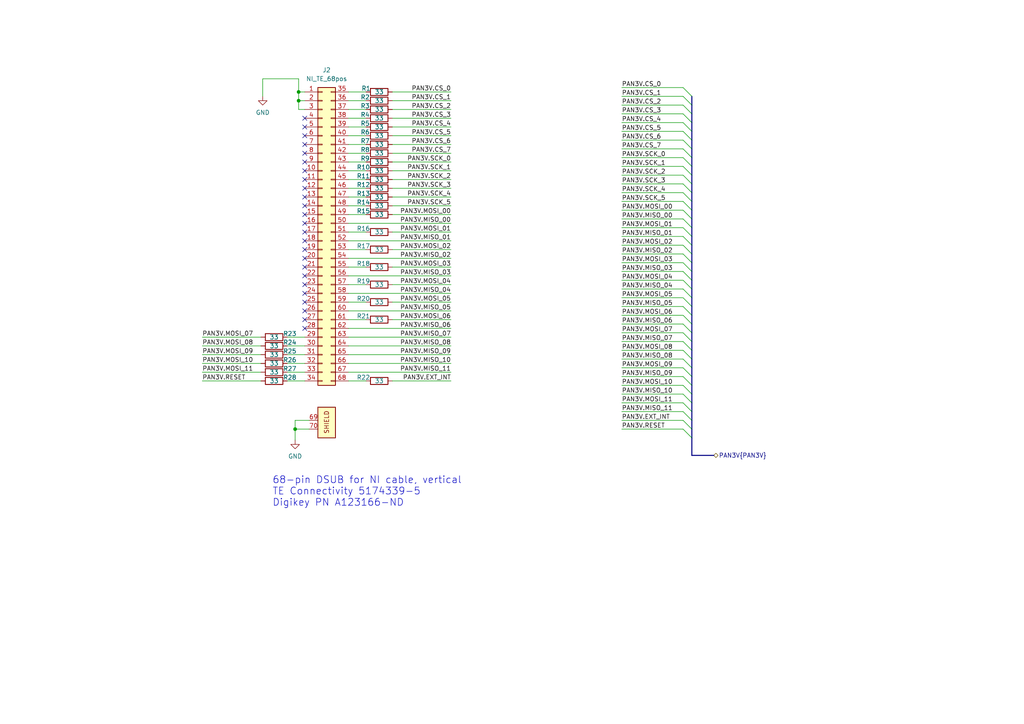
<source format=kicad_sch>
(kicad_sch (version 20250114) (generator "eeschema") (generator_version "9.0")
  (paper "A4")
  (lib_symbols
    (symbol "Device:R" (pin_numbers (hide yes)) (pin_names (offset 0))
      (property "Reference" "R" (at 2.032 0 90))
      (property "Value" "R" (at 0 0 90))
      (symbol "R_0_1"
        (rectangle (start -1.016 -2.54) (end 1.016 2.54) (stroke (width 0.254)))
      )
      (symbol "R_1_1"
        (pin passive line (at 0 3.81 270) (length 1.27) (name "~") (number "1"))
        (pin passive line (at 0 -3.81 90) (length 1.27) (name "~") (number "2"))
      )
    )
    (symbol "arena_custom:NI_TE_68pos_2-5174225-5" (pin_names (offset 1.016) (hide yes))
      (property "Reference" "J" (at 1.27 43.18 0))
      (property "Value" "NI_TE_68pos" (at 1.27 -45.72 0))
      (symbol "NI_TE_68pos_2-5174225-5_1_1"
        (rectangle (start -1.27 41.91) (end 3.81 -44.45) (stroke (width 0.254)) (fill (type background)))
        (rectangle (start -1.27 40.767) (end 0 40.513) (stroke (width 0.1524)))
        (rectangle (start -1.27 38.227) (end 0 37.973) (stroke (width 0.1524)))
        (rectangle (start -1.27 35.687) (end 0 35.433) (stroke (width 0.1524)))
        (rectangle (start -1.27 33.147) (end 0 32.893) (stroke (width 0.1524)))
        (rectangle (start -1.27 30.607) (end 0 30.353) (stroke (width 0.1524)))
        (rectangle (start -1.27 28.067) (end 0 27.813) (stroke (width 0.1524)))
        (rectangle (start -1.27 25.527) (end 0 25.273) (stroke (width 0.1524)))
        (rectangle (start -1.27 22.987) (end 0 22.733) (stroke (width 0.1524)))
        (rectangle (start -1.27 20.447) (end 0 20.193) (stroke (width 0.1524)))
        (rectangle (start -1.27 17.907) (end 0 17.653) (stroke (width 0.1524)))
        (rectangle (start -1.27 15.367) (end 0 15.113) (stroke (width 0.1524)))
        (rectangle (start -1.27 12.827) (end 0 12.573) (stroke (width 0.1524)))
        (rectangle (start -1.27 10.287) (end 0 10.033) (stroke (width 0.1524)))
        (rectangle (start -1.27 7.747) (end 0 7.493) (stroke (width 0.1524)))
        (rectangle (start -1.27 5.207) (end 0 4.953) (stroke (width 0.1524)))
        (rectangle (start -1.27 2.667) (end 0 2.413) (stroke (width 0.1524)))
        (rectangle (start -1.27 0.127) (end 0 -0.127) (stroke (width 0.1524)))
        (rectangle (start -1.27 -2.413) (end 0 -2.667) (stroke (width 0.1524)))
        (rectangle (start -1.27 -4.953) (end 0 -5.207) (stroke (width 0.1524)))
        (rectangle (start -1.27 -7.493) (end 0 -7.747) (stroke (width 0.1524)))
        (rectangle (start -1.27 -10.033) (end 0 -10.287) (stroke (width 0.1524)))
        (rectangle (start -1.27 -12.573) (end 0 -12.827) (stroke (width 0.1524)))
        (rectangle (start -1.27 -15.113) (end 0 -15.367) (stroke (width 0.1524)))
        (rectangle (start -1.27 -17.653) (end 0 -17.907) (stroke (width 0.1524)))
        (rectangle (start -1.27 -20.193) (end 0 -20.447) (stroke (width 0.1524)))
        (rectangle (start -1.27 -22.733) (end 0 -22.987) (stroke (width 0.1524)))
        (rectangle (start -1.27 -25.273) (end 0 -25.527) (stroke (width 0.1524)))
        (rectangle (start -1.27 -27.813) (end 0 -28.067) (stroke (width 0.1524)))
        (rectangle (start -1.27 -30.353) (end 0 -30.607) (stroke (width 0.1524)))
        (rectangle (start -1.27 -32.893) (end 0 -33.147) (stroke (width 0.1524)))
        (rectangle (start -1.27 -35.433) (end 0 -35.687) (stroke (width 0.1524)))
        (rectangle (start -1.27 -37.973) (end 0 -38.227) (stroke (width 0.1524)))
        (rectangle (start -1.27 -40.513) (end 0 -40.767) (stroke (width 0.1524)))
        (rectangle (start -1.27 -43.053) (end 0 -43.307) (stroke (width 0.1524)))
        (rectangle (start -1.27 -50.8) (end 3.81 -59.69) (stroke (width 0.254)) (fill (type background)))
        (rectangle (start 3.81 40.767) (end 2.54 40.513) (stroke (width 0.1524)))
        (rectangle (start 3.81 38.227) (end 2.54 37.973) (stroke (width 0.1524)))
        (rectangle (start 3.81 35.687) (end 2.54 35.433) (stroke (width 0.1524)))
        (rectangle (start 3.81 33.147) (end 2.54 32.893) (stroke (width 0.1524)))
        (rectangle (start 3.81 30.607) (end 2.54 30.353) (stroke (width 0.1524)))
        (rectangle (start 3.81 28.067) (end 2.54 27.813) (stroke (width 0.1524)))
        (rectangle (start 3.81 25.527) (end 2.54 25.273) (stroke (width 0.1524)))
        (rectangle (start 3.81 22.987) (end 2.54 22.733) (stroke (width 0.1524)))
        (rectangle (start 3.81 20.447) (end 2.54 20.193) (stroke (width 0.1524)))
        (rectangle (start 3.81 17.907) (end 2.54 17.653) (stroke (width 0.1524)))
        (rectangle (start 3.81 15.367) (end 2.54 15.113) (stroke (width 0.1524)))
        (rectangle (start 3.81 12.827) (end 2.54 12.573) (stroke (width 0.1524)))
        (rectangle (start 3.81 10.287) (end 2.54 10.033) (stroke (width 0.1524)))
        (rectangle (start 3.81 7.747) (end 2.54 7.493) (stroke (width 0.1524)))
        (rectangle (start 3.81 5.207) (end 2.54 4.953) (stroke (width 0.1524)))
        (rectangle (start 3.81 2.667) (end 2.54 2.413) (stroke (width 0.1524)))
        (rectangle (start 3.81 0.127) (end 2.54 -0.127) (stroke (width 0.1524)))
        (rectangle (start 3.81 -2.413) (end 2.54 -2.667) (stroke (width 0.1524)))
        (rectangle (start 3.81 -4.953) (end 2.54 -5.207) (stroke (width 0.1524)))
        (rectangle (start 3.81 -7.493) (end 2.54 -7.747) (stroke (width 0.1524)))
        (rectangle (start 3.81 -10.033) (end 2.54 -10.287) (stroke (width 0.1524)))
        (rectangle (start 3.81 -12.573) (end 2.54 -12.827) (stroke (width 0.1524)))
        (rectangle (start 3.81 -15.113) (end 2.54 -15.367) (stroke (width 0.1524)))
        (rectangle (start 3.81 -17.653) (end 2.54 -17.907) (stroke (width 0.1524)))
        (rectangle (start 3.81 -20.193) (end 2.54 -20.447) (stroke (width 0.1524)))
        (rectangle (start 3.81 -22.733) (end 2.54 -22.987) (stroke (width 0.1524)))
        (rectangle (start 3.81 -25.273) (end 2.54 -25.527) (stroke (width 0.1524)))
        (rectangle (start 3.81 -27.813) (end 2.54 -28.067) (stroke (width 0.1524)))
        (rectangle (start 3.81 -30.353) (end 2.54 -30.607) (stroke (width 0.1524)))
        (rectangle (start 3.81 -32.893) (end 2.54 -33.147) (stroke (width 0.1524)))
        (rectangle (start 3.81 -35.433) (end 2.54 -35.687) (stroke (width 0.1524)))
        (rectangle (start 3.81 -37.973) (end 2.54 -38.227) (stroke (width 0.1524)))
        (rectangle (start 3.81 -40.513) (end 2.54 -40.767) (stroke (width 0.1524)))
        (rectangle (start 3.81 -43.053) (end 2.54 -43.307) (stroke (width 0.1524)))
        (text "SHIELD" (at 1.27 -55.118 900) (effects (font (size 1.27 1.27))))
        (pin passive line (at -5.08 40.64 0) (length 3.81) (name "Pin_1") (number "1"))
        (pin passive line (at -5.08 38.1 0) (length 3.81) (name "Pin_2") (number "2"))
        (pin passive line (at -5.08 35.56 0) (length 3.81) (name "Pin_3") (number "3"))
        (pin passive line (at -5.08 33.02 0) (length 3.81) (name "Pin_4") (number "4"))
        (pin passive line (at -5.08 30.48 0) (length 3.81) (name "Pin_5") (number "5"))
        (pin passive line (at -5.08 27.94 0) (length 3.81) (name "Pin_6") (number "6"))
        (pin passive line (at -5.08 25.4 0) (length 3.81) (name "Pin_7") (number "7"))
        (pin passive line (at -5.08 22.86 0) (length 3.81) (name "Pin_8") (number "8"))
        (pin passive line (at -5.08 20.32 0) (length 3.81) (name "Pin_9") (number "9"))
        (pin passive line (at -5.08 17.78 0) (length 3.81) (name "Pin_10") (number "10"))
        (pin passive line (at -5.08 15.24 0) (length 3.81) (name "Pin_11") (number "11"))
        (pin passive line (at -5.08 12.7 0) (length 3.81) (name "Pin_12") (number "12"))
        (pin passive line (at -5.08 10.16 0) (length 3.81) (name "Pin_13") (number "13"))
        (pin passive line (at -5.08 7.62 0) (length 3.81) (name "Pin_14") (number "14"))
        (pin passive line (at -5.08 5.08 0) (length 3.81) (name "Pin_15") (number "15"))
        (pin passive line (at -5.08 2.54 0) (length 3.81) (name "Pin_16") (number "16"))
        (pin passive line (at -5.08 0 0) (length 3.81) (name "Pin_17") (number "17"))
        (pin passive line (at -5.08 -2.54 0) (length 3.81) (name "Pin_18") (number "18"))
        (pin passive line (at -5.08 -5.08 0) (length 3.81) (name "Pin_19") (number "19"))
        (pin passive line (at -5.08 -7.62 0) (length 3.81) (name "Pin_20") (number "20"))
        (pin passive line (at -5.08 -10.16 0) (length 3.81) (name "Pin_21") (number "21"))
        (pin passive line (at -5.08 -12.7 0) (length 3.81) (name "Pin_22") (number "22"))
        (pin passive line (at -5.08 -15.24 0) (length 3.81) (name "Pin_23") (number "23"))
        (pin passive line (at -5.08 -17.78 0) (length 3.81) (name "Pin_24") (number "24"))
        (pin passive line (at -5.08 -20.32 0) (length 3.81) (name "Pin_25") (number "25"))
        (pin passive line (at -5.08 -22.86 0) (length 3.81) (name "Pin_26") (number "26"))
        (pin passive line (at -5.08 -25.4 0) (length 3.81) (name "Pin_27") (number "27"))
        (pin passive line (at -5.08 -27.94 0) (length 3.81) (name "Pin_28") (number "28"))
        (pin passive line (at -5.08 -30.48 0) (length 3.81) (name "Pin_29") (number "29"))
        (pin passive line (at -5.08 -33.02 0) (length 3.81) (name "Pin_30") (number "30"))
        (pin passive line (at -5.08 -35.56 0) (length 3.81) (name "Pin_31") (number "31"))
        (pin passive line (at -5.08 -38.1 0) (length 3.81) (name "Pin_32") (number "32"))
        (pin passive line (at -5.08 -40.64 0) (length 3.81) (name "Pin_33") (number "33"))
        (pin passive line (at -5.08 -43.18 0) (length 3.81) (name "Pin_34") (number "34"))
        (pin input line (at -3.81 -54.61 0) (length 2.54) (name "GND") (number "69"))
        (pin input line (at -3.81 -57.15 0) (length 2.54) (name "GND") (number "70"))
        (pin passive line (at 7.62 40.64 180) (length 3.81) (name "Pin_35") (number "35"))
        (pin passive line (at 7.62 38.1 180) (length 3.81) (name "Pin_36") (number "36"))
        (pin passive line (at 7.62 35.56 180) (length 3.81) (name "Pin_37") (number "37"))
        (pin passive line (at 7.62 33.02 180) (length 3.81) (name "Pin_38") (number "38"))
        (pin passive line (at 7.62 30.48 180) (length 3.81) (name "Pin_39") (number "39"))
        (pin passive line (at 7.62 27.94 180) (length 3.81) (name "Pin_40") (number "40"))
        (pin passive line (at 7.62 25.4 180) (length 3.81) (name "Pin_41") (number "41"))
        (pin passive line (at 7.62 22.86 180) (length 3.81) (name "Pin_42") (number "42"))
        (pin passive line (at 7.62 20.32 180) (length 3.81) (name "Pin_43") (number "43"))
        (pin passive line (at 7.62 17.78 180) (length 3.81) (name "Pin_44") (number "44"))
        (pin passive line (at 7.62 15.24 180) (length 3.81) (name "Pin_45") (number "45"))
        (pin passive line (at 7.62 12.7 180) (length 3.81) (name "Pin_46") (number "46"))
        (pin passive line (at 7.62 10.16 180) (length 3.81) (name "Pin_47") (number "47"))
        (pin passive line (at 7.62 7.62 180) (length 3.81) (name "Pin_48") (number "48"))
        (pin passive line (at 7.62 5.08 180) (length 3.81) (name "Pin_49") (number "49"))
        (pin passive line (at 7.62 2.54 180) (length 3.81) (name "Pin_50") (number "50"))
        (pin passive line (at 7.62 0 180) (length 3.81) (name "Pin_51") (number "51"))
        (pin passive line (at 7.62 -2.54 180) (length 3.81) (name "Pin_52") (number "52"))
        (pin passive line (at 7.62 -5.08 180) (length 3.81) (name "Pin_53") (number "53"))
        (pin passive line (at 7.62 -7.62 180) (length 3.81) (name "Pin_54") (number "54"))
        (pin passive line (at 7.62 -10.16 180) (length 3.81) (name "Pin_55") (number "55"))
        (pin passive line (at 7.62 -12.7 180) (length 3.81) (name "Pin_56") (number "56"))
        (pin passive line (at 7.62 -15.24 180) (length 3.81) (name "Pin_57") (number "57"))
        (pin passive line (at 7.62 -17.78 180) (length 3.81) (name "Pin_58") (number "58"))
        (pin passive line (at 7.62 -20.32 180) (length 3.81) (name "Pin_59") (number "59"))
        (pin passive line (at 7.62 -22.86 180) (length 3.81) (name "Pin_60") (number "60"))
        (pin passive line (at 7.62 -25.4 180) (length 3.81) (name "Pin_61") (number "61"))
        (pin passive line (at 7.62 -27.94 180) (length 3.81) (name "Pin_62") (number "62"))
        (pin passive line (at 7.62 -30.48 180) (length 3.81) (name "Pin_63") (number "63"))
        (pin passive line (at 7.62 -33.02 180) (length 3.81) (name "Pin_64") (number "64"))
        (pin passive line (at 7.62 -35.56 180) (length 3.81) (name "Pin_65") (number "65"))
        (pin passive line (at 7.62 -38.1 180) (length 3.81) (name "Pin_66") (number "66"))
        (pin passive line (at 7.62 -40.64 180) (length 3.81) (name "Pin_67") (number "67"))
        (pin passive line (at 7.62 -43.18 180) (length 3.81) (name "Pin_68") (number "68"))
      )
    )
    (symbol "power:GND" (power) (pin_names (offset 0))
      (property "Value" "GND" (at 0 -3.81 0))
      (symbol "GND_0_1"
        (polyline (pts (xy 0 0) (xy 0 -1.27) (xy 1.27 -1.27) (xy 0 -2.54) (xy -1.27 -1.27) (xy 0 -1.27)))
      )
      (symbol "GND_1_1"
        (pin power_in line (at 0 0 270) (length 0) (hide yes) (name "GND") (number "1"))
      )
    )
  )
  (bus_alias "PAN3V" (members "CS_0" "CS_1" "CS_2" "CS_3" "CS_4" "CS_5" "CS_6" "CS_7" "SCK_0" "SCK_1" "SCK_2" "SCK_3" "SCK_4" "SCK_5" "MOSI_00" "MISO_00" "MOSI_01" "MISO_01" "MOSI_02" "MISO_02" "MOSI_03" "MISO_03" "MOSI_04" "MISO_04" "MOSI_05" "MISO_05" "MOSI_06" "MISO_06" "MOSI_07" "MISO_07" "MOSI_08" "MISO_08" "MOSI_09" "MISO_09" "MOSI_10" "MISO_10" "MOSI_11" "MISO_11" "EXT_INT" "RESET"))
  (text "68-pin DSUB for NI cable, vertical  \nTE Connectivity 5174339-5\nDigikey PN A123166-ND\n" (at 78.994 147.066 0) (effects (font (size 2.032 2.032)) (justify left bottom)))
  (junction (at 85.598 124.46))
  (junction (at 86.614 26.67))
  (junction (at 86.614 29.21))
  (no_connect (at 88.392 41.91))
  (no_connect (at 88.392 67.31))
  (no_connect (at 88.392 80.01))
  (no_connect (at 88.392 46.99))
  (no_connect (at 88.392 49.53))
  (no_connect (at 88.392 44.45))
  (no_connect (at 88.392 36.83))
  (no_connect (at 88.392 59.69))
  (no_connect (at 88.392 34.29))
  (no_connect (at 88.392 39.37))
  (no_connect (at 88.392 54.61))
  (no_connect (at 88.392 57.15))
  (no_connect (at 88.392 90.17))
  (no_connect (at 88.392 92.71))
  (no_connect (at 88.392 85.09))
  (no_connect (at 88.392 82.55))
  (no_connect (at 88.392 74.93))
  (no_connect (at 88.392 72.39))
  (no_connect (at 88.392 77.47))
  (no_connect (at 88.392 64.77))
  (no_connect (at 88.392 62.23))
  (no_connect (at 88.392 87.63))
  (no_connect (at 88.392 69.85))
  (no_connect (at 88.392 52.07))
  (no_connect (at 88.392 95.25))
  (bus_entry (at 198.12 104.14) (size 2.54 2.54))
  (bus_entry (at 198.12 121.92) (size 2.54 2.54))
  (bus_entry (at 200.66 78.74) (size -2.54 -2.54))
  (bus_entry (at 198.12 109.22) (size 2.54 2.54))
  (bus_entry (at 198.12 119.38) (size 2.54 2.54))
  (bus_entry (at 200.66 40.64) (size -2.54 -2.54))
  (bus_entry (at 200.66 45.72) (size -2.54 -2.54))
  (bus_entry (at 200.66 53.34) (size -2.54 -2.54))
  (bus_entry (at 198.12 55.88) (size 2.54 2.54))
  (bus_entry (at 200.66 81.28) (size -2.54 -2.54))
  (bus_entry (at 200.66 76.2) (size -2.54 -2.54))
  (bus_entry (at 198.12 83.82) (size 2.54 2.54))
  (bus_entry (at 198.12 96.52) (size 2.54 2.54))
  (bus_entry (at 198.12 111.76) (size 2.54 2.54))
  (bus_entry (at 200.66 38.1) (size -2.54 -2.54))
  (bus_entry (at 200.66 48.26) (size -2.54 -2.54))
  (bus_entry (at 198.12 81.28) (size 2.54 2.54))
  (bus_entry (at 198.12 93.98) (size 2.54 2.54))
  (bus_entry (at 198.12 86.36) (size 2.54 2.54))
  (bus_entry (at 200.66 35.56) (size -2.54 -2.54))
  (bus_entry (at 198.12 114.3) (size 2.54 2.54))
  (bus_entry (at 200.66 30.48) (size -2.54 -2.54))
  (bus_entry (at 198.12 101.6) (size 2.54 2.54))
  (bus_entry (at 198.12 25.4) (size 2.54 2.54))
  (bus_entry (at 200.66 73.66) (size -2.54 -2.54))
  (bus_entry (at 198.12 58.42) (size 2.54 2.54))
  (bus_entry (at 200.66 50.8) (size -2.54 -2.54))
  (bus_entry (at 198.12 124.46) (size 2.54 2.54))
  (bus_entry (at 200.66 71.12) (size -2.54 -2.54))
  (bus_entry (at 200.66 68.58) (size -2.54 -2.54))
  (bus_entry (at 200.66 43.18) (size -2.54 -2.54))
  (bus_entry (at 200.66 55.88) (size -2.54 -2.54))
  (bus_entry (at 200.66 66.04) (size -2.54 -2.54))
  (bus_entry (at 198.12 106.68) (size 2.54 2.54))
  (bus_entry (at 198.12 91.44) (size 2.54 2.54))
  (bus_entry (at 200.66 63.5) (size -2.54 -2.54))
  (bus_entry (at 200.66 33.02) (size -2.54 -2.54))
  (bus_entry (at 198.12 99.06) (size 2.54 2.54))
  (bus_entry (at 198.12 116.84) (size 2.54 2.54))
  (bus_entry (at 198.12 88.9) (size 2.54 2.54))
  (wire (pts (xy 113.792 62.23) (xy 130.81 62.23)))
  (wire (pts (xy 101.092 39.37) (xy 106.172 39.37)))
  (bus (pts (xy 200.66 114.3) (xy 200.66 116.84)))
  (bus (pts (xy 200.66 127) (xy 200.66 132.08)))
  (wire (pts (xy 101.092 34.29) (xy 106.172 34.29)))
  (wire (pts (xy 86.614 22.86) (xy 86.614 26.67)))
  (bus (pts (xy 200.66 99.06) (xy 200.66 101.6)))
  (wire (pts (xy 101.092 87.63) (xy 106.172 87.63)))
  (bus (pts (xy 200.66 93.98) (xy 200.66 96.52)))
  (bus (pts (xy 200.66 33.02) (xy 200.66 35.56)))
  (wire (pts (xy 113.792 77.47) (xy 130.81 77.47)))
  (bus (pts (xy 200.66 106.68) (xy 200.66 109.22)))
  (wire (pts (xy 180.34 88.9) (xy 198.12 88.9)))
  (wire (pts (xy 180.34 93.98) (xy 198.12 93.98)))
  (bus (pts (xy 200.66 27.94) (xy 200.66 30.48)))
  (wire (pts (xy 180.34 25.4) (xy 198.12 25.4)))
  (wire (pts (xy 88.392 102.87) (xy 83.312 102.87)))
  (wire (pts (xy 76.2 22.86) (xy 86.614 22.86)))
  (bus (pts (xy 200.66 48.26) (xy 200.66 50.8)))
  (bus (pts (xy 200.66 88.9) (xy 200.66 91.44)))
  (wire (pts (xy 113.792 34.29) (xy 130.81 34.29)))
  (wire (pts (xy 58.674 102.87) (xy 75.692 102.87)))
  (wire (pts (xy 198.12 71.12) (xy 180.34 71.12)))
  (wire (pts (xy 101.092 31.75) (xy 106.172 31.75)))
  (wire (pts (xy 113.792 57.15) (xy 130.81 57.15)))
  (bus (pts (xy 200.66 121.92) (xy 200.66 124.46)))
  (wire (pts (xy 198.12 45.72) (xy 180.34 45.72)))
  (wire (pts (xy 88.392 97.79) (xy 83.312 97.79)))
  (wire (pts (xy 198.12 63.5) (xy 180.34 63.5)))
  (bus (pts (xy 200.66 76.2) (xy 200.66 78.74)))
  (wire (pts (xy 101.092 29.21) (xy 106.172 29.21)))
  (wire (pts (xy 198.12 81.28) (xy 180.34 81.28)))
  (bus (pts (xy 200.66 38.1) (xy 200.66 40.64)))
  (wire (pts (xy 180.34 91.44) (xy 198.12 91.44)))
  (wire (pts (xy 86.614 26.67) (xy 88.392 26.67)))
  (wire (pts (xy 113.792 87.63) (xy 130.81 87.63)))
  (wire (pts (xy 198.12 53.34) (xy 180.34 53.34)))
  (wire (pts (xy 180.34 86.36) (xy 198.12 86.36)))
  (wire (pts (xy 101.092 105.41) (xy 130.81 105.41)))
  (wire (pts (xy 180.34 83.82) (xy 198.12 83.82)))
  (wire (pts (xy 198.12 40.64) (xy 180.34 40.64)))
  (wire (pts (xy 180.34 96.52) (xy 198.12 96.52)))
  (bus (pts (xy 200.66 78.74) (xy 200.66 81.28)))
  (wire (pts (xy 89.662 121.92) (xy 85.598 121.92)))
  (wire (pts (xy 101.092 82.55) (xy 106.172 82.55)))
  (wire (pts (xy 198.12 38.1) (xy 180.34 38.1)))
  (wire (pts (xy 113.792 54.61) (xy 130.81 54.61)))
  (wire (pts (xy 86.614 29.21) (xy 86.614 31.75)))
  (wire (pts (xy 180.34 114.3) (xy 198.12 114.3)))
  (bus (pts (xy 200.66 55.88) (xy 200.66 58.42)))
  (bus (pts (xy 200.66 81.28) (xy 200.66 83.82)))
  (bus (pts (xy 200.66 86.36) (xy 200.66 88.9)))
  (wire (pts (xy 101.092 102.87) (xy 130.81 102.87)))
  (wire (pts (xy 113.792 46.99) (xy 130.81 46.99)))
  (wire (pts (xy 101.092 54.61) (xy 106.172 54.61)))
  (wire (pts (xy 180.34 109.22) (xy 198.12 109.22)))
  (wire (pts (xy 101.092 41.91) (xy 106.172 41.91)))
  (bus (pts (xy 200.66 40.64) (xy 200.66 43.18)))
  (wire (pts (xy 198.12 35.56) (xy 180.34 35.56)))
  (bus (pts (xy 200.66 43.18) (xy 200.66 45.72)))
  (bus (pts (xy 200.66 68.58) (xy 200.66 71.12)))
  (wire (pts (xy 198.12 68.58) (xy 180.34 68.58)))
  (wire (pts (xy 101.092 107.95) (xy 130.81 107.95)))
  (wire (pts (xy 198.12 60.96) (xy 180.34 60.96)))
  (wire (pts (xy 101.092 57.15) (xy 106.172 57.15)))
  (wire (pts (xy 113.792 52.07) (xy 130.81 52.07)))
  (wire (pts (xy 198.12 50.8) (xy 180.34 50.8)))
  (wire (pts (xy 101.092 67.31) (xy 106.172 67.31)))
  (wire (pts (xy 113.792 59.69) (xy 130.81 59.69)))
  (wire (pts (xy 180.34 116.84) (xy 198.12 116.84)))
  (wire (pts (xy 113.792 67.31) (xy 130.81 67.31)))
  (bus (pts (xy 200.66 116.84) (xy 200.66 119.38)))
  (wire (pts (xy 101.092 44.45) (xy 106.172 44.45)))
  (wire (pts (xy 101.092 72.39) (xy 106.172 72.39)))
  (wire (pts (xy 180.34 99.06) (xy 198.12 99.06)))
  (wire (pts (xy 101.092 95.25) (xy 130.81 95.25)))
  (wire (pts (xy 86.614 26.67) (xy 86.614 29.21)))
  (wire (pts (xy 101.092 46.99) (xy 106.172 46.99)))
  (wire (pts (xy 180.34 101.6) (xy 198.12 101.6)))
  (wire (pts (xy 198.12 30.48) (xy 180.34 30.48)))
  (wire (pts (xy 101.092 64.77) (xy 130.81 64.77)))
  (wire (pts (xy 101.092 110.49) (xy 106.172 110.49)))
  (bus (pts (xy 200.66 73.66) (xy 200.66 76.2)))
  (wire (pts (xy 198.12 78.74) (xy 180.34 78.74)))
  (bus (pts (xy 200.66 132.08) (xy 207.01 132.08)))
  (wire (pts (xy 101.092 77.47) (xy 106.172 77.47)))
  (wire (pts (xy 198.12 73.66) (xy 180.34 73.66)))
  (wire (pts (xy 86.614 29.21) (xy 88.392 29.21)))
  (wire (pts (xy 198.12 55.88) (xy 180.34 55.88)))
  (wire (pts (xy 113.792 39.37) (xy 130.81 39.37)))
  (bus (pts (xy 200.66 91.44) (xy 200.66 93.98)))
  (wire (pts (xy 198.12 33.02) (xy 180.34 33.02)))
  (wire (pts (xy 86.614 31.75) (xy 88.392 31.75)))
  (bus (pts (xy 200.66 71.12) (xy 200.66 73.66)))
  (wire (pts (xy 101.092 92.71) (xy 106.172 92.71)))
  (wire (pts (xy 101.092 100.33) (xy 130.81 100.33)))
  (wire (pts (xy 89.662 124.46) (xy 85.598 124.46)))
  (wire (pts (xy 101.092 36.83) (xy 106.172 36.83)))
  (wire (pts (xy 101.092 85.09) (xy 130.81 85.09)))
  (wire (pts (xy 101.092 26.67) (xy 106.172 26.67)))
  (wire (pts (xy 113.792 82.55) (xy 130.81 82.55)))
  (wire (pts (xy 76.2 22.86) (xy 76.2 27.94)))
  (wire (pts (xy 58.674 105.41) (xy 75.692 105.41)))
  (wire (pts (xy 180.34 121.92) (xy 198.12 121.92)))
  (wire (pts (xy 180.34 111.76) (xy 198.12 111.76)))
  (wire (pts (xy 58.674 110.49) (xy 75.692 110.49)))
  (wire (pts (xy 180.34 104.14) (xy 198.12 104.14)))
  (wire (pts (xy 198.12 76.2) (xy 180.34 76.2)))
  (wire (pts (xy 101.092 97.79) (xy 130.81 97.79)))
  (bus (pts (xy 200.66 101.6) (xy 200.66 104.14)))
  (wire (pts (xy 101.092 49.53) (xy 106.172 49.53)))
  (wire (pts (xy 85.598 124.46) (xy 85.598 127.635)))
  (bus (pts (xy 200.66 45.72) (xy 200.66 48.26)))
  (bus (pts (xy 200.66 109.22) (xy 200.66 111.76)))
  (wire (pts (xy 88.392 107.95) (xy 83.312 107.95)))
  (bus (pts (xy 200.66 96.52) (xy 200.66 99.06)))
  (wire (pts (xy 180.34 124.46) (xy 198.12 124.46)))
  (bus (pts (xy 200.66 63.5) (xy 200.66 66.04)))
  (wire (pts (xy 101.092 59.69) (xy 106.172 59.69)))
  (bus (pts (xy 200.66 30.48) (xy 200.66 33.02)))
  (wire (pts (xy 113.792 36.83) (xy 130.81 36.83)))
  (bus (pts (xy 200.66 83.82) (xy 200.66 86.36)))
  (wire (pts (xy 88.392 110.49) (xy 83.312 110.49)))
  (bus (pts (xy 200.66 35.56) (xy 200.66 38.1)))
  (wire (pts (xy 198.12 27.94) (xy 180.34 27.94)))
  (wire (pts (xy 113.792 29.21) (xy 130.81 29.21)))
  (wire (pts (xy 113.792 49.53) (xy 130.81 49.53)))
  (wire (pts (xy 58.674 97.79) (xy 75.692 97.79)))
  (wire (pts (xy 198.12 48.26) (xy 180.34 48.26)))
  (bus (pts (xy 200.66 111.76) (xy 200.66 114.3)))
  (bus (pts (xy 200.66 124.46) (xy 200.66 127)))
  (wire (pts (xy 101.092 52.07) (xy 106.172 52.07)))
  (wire (pts (xy 101.092 62.23) (xy 106.172 62.23)))
  (wire (pts (xy 85.598 121.92) (xy 85.598 124.46)))
  (bus (pts (xy 200.66 119.38) (xy 200.66 121.92)))
  (wire (pts (xy 88.392 100.33) (xy 83.312 100.33)))
  (bus (pts (xy 200.66 50.8) (xy 200.66 53.34)))
  (wire (pts (xy 88.392 105.41) (xy 83.312 105.41)))
  (wire (pts (xy 113.792 41.91) (xy 130.81 41.91)))
  (wire (pts (xy 113.792 31.75) (xy 130.81 31.75)))
  (wire (pts (xy 113.792 92.71) (xy 130.81 92.71)))
  (bus (pts (xy 200.66 58.42) (xy 200.66 60.96)))
  (wire (pts (xy 101.092 80.01) (xy 130.81 80.01)))
  (wire (pts (xy 101.092 90.17) (xy 130.81 90.17)))
  (wire (pts (xy 101.092 74.93) (xy 130.81 74.93)))
  (wire (pts (xy 58.674 107.95) (xy 75.692 107.95)))
  (bus (pts (xy 200.66 104.14) (xy 200.66 106.68)))
  (wire (pts (xy 180.34 106.68) (xy 198.12 106.68)))
  (wire (pts (xy 58.674 100.33) (xy 75.692 100.33)))
  (wire (pts (xy 198.12 43.18) (xy 180.34 43.18)))
  (wire (pts (xy 113.792 110.49) (xy 130.81 110.49)))
  (bus (pts (xy 200.66 60.96) (xy 200.66 63.5)))
  (wire (pts (xy 113.792 44.45) (xy 130.81 44.45)))
  (wire (pts (xy 113.792 72.39) (xy 130.81 72.39)))
  (bus (pts (xy 200.66 53.34) (xy 200.66 55.88)))
  (bus (pts (xy 200.66 66.04) (xy 200.66 68.58)))
  (wire (pts (xy 180.34 119.38) (xy 198.12 119.38)))
  (wire (pts (xy 180.34 58.42) (xy 198.12 58.42)))
  (wire (pts (xy 198.12 66.04) (xy 180.34 66.04)))
  (wire (pts (xy 101.092 69.85) (xy 130.81 69.85)))
  (wire (pts (xy 113.792 26.67) (xy 130.81 26.67)))
  (label "PAN3V.CS_1" (at 180.34 27.94 0))
  (label "PAN3V.RESET" (at 58.674 110.49 0))
  (label "PAN3V.MISO_11" (at 180.34 119.38 0))
  (label "PAN3V.RESET" (at 180.34 124.46 0))
  (label "PAN3V.MOSI_07" (at 58.674 97.79 0))
  (label "PAN3V.CS_2" (at 180.34 30.48 0))
  (label "PAN3V.MOSI_02" (at 180.34 71.12 0))
  (label "PAN3V.MOSI_01" (at 130.81 67.31 180))
  (label "PAN3V.MOSI_03" (at 130.81 77.47 180))
  (label "PAN3V.CS_3" (at 130.81 34.29 180))
  (label "PAN3V.MOSI_05" (at 130.81 87.63 180))
  (label "PAN3V.MISO_04" (at 180.34 83.82 0))
  (label "PAN3V.MOSI_08" (at 58.674 100.33 0))
  (label "PAN3V.CS_4" (at 180.34 35.56 0))
  (label "PAN3V.SCK_0" (at 130.81 46.99 180))
  (label "PAN3V.MISO_03" (at 130.81 80.01 180))
  (label "PAN3V.MISO_06" (at 180.34 93.98 0))
  (label "PAN3V.MOSI_00" (at 130.81 62.23 180))
  (label "PAN3V.MISO_08" (at 180.34 104.14 0))
  (label "PAN3V.MOSI_03" (at 180.34 76.2 0))
  (label "PAN3V.MISO_10" (at 180.34 114.3 0))
  (label "PAN3V.MISO_02" (at 180.34 73.66 0))
  (label "PAN3V.MISO_01" (at 180.34 68.58 0))
  (label "PAN3V.MOSI_00" (at 180.34 60.96 0))
  (label "PAN3V.EXT_INT" (at 180.34 121.92 0))
  (label "PAN3V.CS_5" (at 180.34 38.1 0))
  (label "PAN3V.MISO_05" (at 180.34 88.9 0))
  (label "PAN3V.CS_5" (at 130.81 39.37 180))
  (label "PAN3V.CS_3" (at 180.34 33.02 0))
  (label "PAN3V.MOSI_11" (at 58.674 107.95 0))
  (label "PAN3V.SCK_3" (at 130.81 54.61 180))
  (label "PAN3V.CS_4" (at 130.81 36.83 180))
  (label "PAN3V.SCK_1" (at 180.34 48.26 0))
  (label "PAN3V.SCK_2" (at 180.34 50.8 0))
  (label "PAN3V.CS_0" (at 180.34 25.4 0))
  (label "PAN3V.MOSI_04" (at 130.81 82.55 180))
  (label "PAN3V.MISO_01" (at 130.81 69.85 180))
  (label "PAN3V.SCK_4" (at 180.34 55.88 0))
  (label "PAN3V.CS_1" (at 130.81 29.21 180))
  (label "PAN3V.CS_2" (at 130.81 31.75 180))
  (label "PAN3V.MISO_10" (at 130.81 105.41 180))
  (label "PAN3V.MISO_11" (at 130.81 107.95 180))
  (label "PAN3V.MOSI_10" (at 180.34 111.76 0))
  (label "PAN3V.SCK_4" (at 130.81 57.15 180))
  (label "PAN3V.CS_6" (at 130.81 41.91 180))
  (label "PAN3V.EXT_INT" (at 130.81 110.49 180))
  (label "PAN3V.MOSI_04" (at 180.34 81.28 0))
  (label "PAN3V.SCK_5" (at 130.81 59.69 180))
  (label "PAN3V.MISO_04" (at 130.81 85.09 180))
  (label "PAN3V.MOSI_06" (at 180.34 91.44 0))
  (label "PAN3V.MISO_07" (at 180.34 99.06 0))
  (label "PAN3V.CS_6" (at 180.34 40.64 0))
  (label "PAN3V.MOSI_10" (at 58.674 105.41 0))
  (label "PAN3V.MISO_09" (at 180.34 109.22 0))
  (label "PAN3V.MOSI_06" (at 130.81 92.71 180))
  (label "PAN3V.SCK_3" (at 180.34 53.34 0))
  (label "PAN3V.MISO_09" (at 130.81 102.87 180))
  (label "PAN3V.MISO_05" (at 130.81 90.17 180))
  (label "PAN3V.MOSI_09" (at 58.674 102.87 0))
  (label "PAN3V.MISO_06" (at 130.81 95.25 180))
  (label "PAN3V.MISO_02" (at 130.81 74.93 180))
  (label "PAN3V.CS_7" (at 180.34 43.18 0))
  (label "PAN3V.MISO_07" (at 130.81 97.79 180))
  (label "PAN3V.MISO_00" (at 130.81 64.77 180))
  (label "PAN3V.SCK_0" (at 180.34 45.72 0))
  (label "PAN3V.MOSI_11" (at 180.34 116.84 0))
  (label "PAN3V.SCK_5" (at 180.34 58.42 0))
  (label "PAN3V.MOSI_02" (at 130.81 72.39 180))
  (label "PAN3V.MOSI_01" (at 180.34 66.04 0))
  (label "PAN3V.CS_7" (at 130.81 44.45 180))
  (label "PAN3V.CS_0" (at 130.81 26.67 180))
  (label "PAN3V.SCK_2" (at 130.81 52.07 180))
  (label "PAN3V.MOSI_07" (at 180.34 96.52 0))
  (label "PAN3V.SCK_1" (at 130.81 49.53 180))
  (label "PAN3V.MISO_08" (at 130.81 100.33 180))
  (label "PAN3V.MOSI_08" (at 180.34 101.6 0))
  (label "PAN3V.MOSI_05" (at 180.34 86.36 0))
  (label "PAN3V.MISO_03" (at 180.34 78.74 0))
  (label "PAN3V.MOSI_09" (at 180.34 106.68 0))
  (label "PAN3V.MISO_00" (at 180.34 63.5 0))
  (hierarchical_label "PAN3V{PAN3V}" (shape bidirectional) (at 207.01 132.08 0))
  (symbol (lib_id "Device:R") (at 109.982 31.75 90) (unit 1)
    (property "Reference" "R3" (at 105.918 30.734 90))
    (property "Value" "33" (at 109.982 31.75 90))
    (property "Footprint" "Resistor_SMD:R_0402_1005Metric" (effects (hide yes)))
    (property "Datasheet" "https://www.lcsc.com/datasheet/lcsc_datasheet_2411221126_UNI-ROYAL-Uniroyal-Elec-0402WGF330JTCE_C25105.pdf" (effects (hide yes)))
    (property "Description" "Resistor" (effects (hide yes)))
    (property "Digikey PN" " " (effects (hide yes)))
    (property "LCSC Part #" "C25105" (effects (hide yes)))
    (property "MPN" "0402WGF330JTCE" (effects (hide yes)))
  )
  (symbol (lib_id "Device:R") (at 109.982 26.67 90) (unit 1)
    (property "Reference" "R1" (at 106.172 25.654 90))
    (property "Value" "33" (at 109.982 26.67 90))
    (property "Footprint" "Resistor_SMD:R_0402_1005Metric" (effects (hide yes)))
    (property "Datasheet" "https://www.lcsc.com/datasheet/lcsc_datasheet_2411221126_UNI-ROYAL-Uniroyal-Elec-0402WGF330JTCE_C25105.pdf" (effects (hide yes)))
    (property "Description" "Resistor" (effects (hide yes)))
    (property "Digikey PN" " " (effects (hide yes)))
    (property "LCSC Part #" "C25105" (effects (hide yes)))
    (property "MPN" "0402WGF330JTCE" (effects (hide yes)))
  )
  (symbol (lib_id "Device:R") (at 109.982 41.91 90) (unit 1)
    (property "Reference" "R7" (at 105.918 40.894 90))
    (property "Value" "33" (at 109.982 41.91 90))
    (property "Footprint" "Resistor_SMD:R_0402_1005Metric" (effects (hide yes)))
    (property "Datasheet" "https://www.lcsc.com/datasheet/lcsc_datasheet_2411221126_UNI-ROYAL-Uniroyal-Elec-0402WGF330JTCE_C25105.pdf" (effects (hide yes)))
    (property "Description" "Resistor" (effects (hide yes)))
    (property "Digikey PN" " " (effects (hide yes)))
    (property "LCSC Part #" "C25105" (effects (hide yes)))
    (property "MPN" "0402WGF330JTCE" (effects (hide yes)))
  )
  (symbol (lib_id "Device:R") (at 109.982 59.69 90) (unit 1)
    (property "Reference" "R14" (at 105.41 58.674 90))
    (property "Value" "33" (at 109.982 59.69 90))
    (property "Footprint" "Resistor_SMD:R_0402_1005Metric" (effects (hide yes)))
    (property "Datasheet" "https://www.lcsc.com/datasheet/lcsc_datasheet_2411221126_UNI-ROYAL-Uniroyal-Elec-0402WGF330JTCE_C25105.pdf" (effects (hide yes)))
    (property "Description" "Resistor" (effects (hide yes)))
    (property "Digikey PN" " " (effects (hide yes)))
    (property "LCSC Part #" "C25105" (effects (hide yes)))
    (property "MPN" "0402WGF330JTCE" (effects (hide yes)))
  )
  (symbol (lib_id "Device:R") (at 79.502 107.95 270) (unit 1)
    (property "Reference" "R27" (at 84.074 106.934 90))
    (property "Value" "33" (at 79.502 107.95 90))
    (property "Footprint" "Resistor_SMD:R_0402_1005Metric" (effects (hide yes)))
    (property "Datasheet" "https://www.lcsc.com/datasheet/lcsc_datasheet_2411221126_UNI-ROYAL-Uniroyal-Elec-0402WGF330JTCE_C25105.pdf" (effects (hide yes)))
    (property "Description" "Resistor" (effects (hide yes)))
    (property "Digikey PN" " " (effects (hide yes)))
    (property "LCSC Part #" "C25105" (effects (hide yes)))
    (property "MPN" "0402WGF330JTCE" (effects (hide yes)))
  )
  (symbol (lib_id "arena_custom:NI_TE_68pos_2-5174225-5") (at 93.472 67.31 0) (unit 1)
    (property "Reference" "J2" (at 94.742 20.32 0))
    (property "Value" "NI_TE_68pos" (at 94.742 22.86 0))
    (property "Footprint" "arena_custom:TE_CONN_DSUB_VERT_68" (effects (hide yes)))
    (property "Datasheet" "https://www.te.com/commerce/DocumentDelivery/DDEController?Action=srchrtrv&DocNm=5174339&DocType=Customer+Drawing&DocLang=English" (effects (hide yes)))
    (property "Description" "Generic connector, double row, 02x34, counter clockwise pin numbering scheme (similar to DIP package numbering), script generated (kicad-library-utils/schlib/autogen/connector/)" (effects (hide yes)))
    (property "Digikey PN" "A123166-ND" (effects (hide yes)))
    (property "LCSC Part #" "TODO" (effects (hide yes)))
    (property "MPN" "5174339-5" (effects (hide yes)))
  )
  (symbol (lib_id "Device:R") (at 109.982 46.99 90) (unit 1)
    (property "Reference" "R9" (at 105.918 45.974 90))
    (property "Value" "33" (at 109.982 46.99 90))
    (property "Footprint" "Resistor_SMD:R_0402_1005Metric" (effects (hide yes)))
    (property "Datasheet" "https://www.lcsc.com/datasheet/lcsc_datasheet_2411221126_UNI-ROYAL-Uniroyal-Elec-0402WGF330JTCE_C25105.pdf" (effects (hide yes)))
    (property "Description" "Resistor" (effects (hide yes)))
    (property "Digikey PN" " " (effects (hide yes)))
    (property "LCSC Part #" "C25105" (effects (hide yes)))
    (property "MPN" "0402WGF330JTCE" (effects (hide yes)))
  )
  (symbol (lib_id "Device:R") (at 79.502 97.79 270) (unit 1)
    (property "Reference" "R23" (at 84.074 96.774 90))
    (property "Value" "33" (at 79.502 97.79 90))
    (property "Footprint" "Resistor_SMD:R_0402_1005Metric" (effects (hide yes)))
    (property "Datasheet" "https://www.lcsc.com/datasheet/lcsc_datasheet_2411221126_UNI-ROYAL-Uniroyal-Elec-0402WGF330JTCE_C25105.pdf" (effects (hide yes)))
    (property "Description" "Resistor" (effects (hide yes)))
    (property "Digikey PN" " " (effects (hide yes)))
    (property "MPN" "0402WGF330JTCE" (effects (hide yes)))
    (property "LCSC Part #" "C25105" (effects (hide yes)))
  )
  (symbol (lib_id "Device:R") (at 109.982 72.39 90) (unit 1)
    (property "Reference" "R17" (at 105.41 71.374 90))
    (property "Value" "33" (at 109.982 72.39 90))
    (property "Footprint" "Resistor_SMD:R_0402_1005Metric" (effects (hide yes)))
    (property "Datasheet" "https://www.lcsc.com/datasheet/lcsc_datasheet_2411221126_UNI-ROYAL-Uniroyal-Elec-0402WGF330JTCE_C25105.pdf" (effects (hide yes)))
    (property "Description" "Resistor" (effects (hide yes)))
    (property "Digikey PN" " " (effects (hide yes)))
    (property "LCSC Part #" "C25105" (effects (hide yes)))
    (property "MPN" "0402WGF330JTCE" (effects (hide yes)))
  )
  (symbol (lib_id "Device:R") (at 109.982 49.53 90) (unit 1)
    (property "Reference" "R10" (at 105.41 48.514 90))
    (property "Value" "33" (at 109.982 49.53 90))
    (property "Footprint" "Resistor_SMD:R_0402_1005Metric" (effects (hide yes)))
    (property "Datasheet" "https://www.lcsc.com/datasheet/lcsc_datasheet_2411221126_UNI-ROYAL-Uniroyal-Elec-0402WGF330JTCE_C25105.pdf" (effects (hide yes)))
    (property "Description" "Resistor" (effects (hide yes)))
    (property "Digikey PN" " " (effects (hide yes)))
    (property "LCSC Part #" "C25105" (effects (hide yes)))
    (property "MPN" "0402WGF330JTCE" (effects (hide yes)))
  )
  (symbol (lib_id "Device:R") (at 109.982 39.37 90) (unit 1)
    (property "Reference" "R6" (at 105.918 38.354 90))
    (property "Value" "33" (at 109.982 39.37 90))
    (property "Footprint" "Resistor_SMD:R_0402_1005Metric" (effects (hide yes)))
    (property "Datasheet" "https://www.lcsc.com/datasheet/lcsc_datasheet_2411221126_UNI-ROYAL-Uniroyal-Elec-0402WGF330JTCE_C25105.pdf" (effects (hide yes)))
    (property "Description" "Resistor" (effects (hide yes)))
    (property "Digikey PN" " " (effects (hide yes)))
    (property "LCSC Part #" "C25105" (effects (hide yes)))
    (property "MPN" "0402WGF330JTCE" (effects (hide yes)))
  )
  (symbol (lib_id "Device:R") (at 109.982 67.31 90) (unit 1)
    (property "Reference" "R16" (at 105.41 66.294 90))
    (property "Value" "33" (at 109.982 67.31 90))
    (property "Footprint" "Resistor_SMD:R_0402_1005Metric" (effects (hide yes)))
    (property "Datasheet" "https://www.lcsc.com/datasheet/lcsc_datasheet_2411221126_UNI-ROYAL-Uniroyal-Elec-0402WGF330JTCE_C25105.pdf" (effects (hide yes)))
    (property "Description" "Resistor" (effects (hide yes)))
    (property "Digikey PN" " " (effects (hide yes)))
    (property "LCSC Part #" "C25105" (effects (hide yes)))
    (property "MPN" "0402WGF330JTCE" (effects (hide yes)))
  )
  (symbol (lib_id "Device:R") (at 109.982 54.61 90) (unit 1)
    (property "Reference" "R12" (at 105.41 53.594 90))
    (property "Value" "33" (at 109.982 54.61 90))
    (property "Footprint" "Resistor_SMD:R_0402_1005Metric" (effects (hide yes)))
    (property "Datasheet" "https://www.lcsc.com/datasheet/lcsc_datasheet_2411221126_UNI-ROYAL-Uniroyal-Elec-0402WGF330JTCE_C25105.pdf" (effects (hide yes)))
    (property "Description" "Resistor" (effects (hide yes)))
    (property "Digikey PN" " " (effects (hide yes)))
    (property "LCSC Part #" "C25105" (effects (hide yes)))
    (property "MPN" "0402WGF330JTCE" (effects (hide yes)))
  )
  (symbol (lib_id "power:GND") (at 76.2 27.94 0) (unit 1)
    (property "Reference" "#PWR05" (effects (hide yes)))
    (property "Value" "GND" (at 76.2 32.639 0))
  )
  (symbol (lib_id "Device:R") (at 109.982 36.83 90) (unit 1)
    (property "Reference" "R5" (at 105.918 35.814 90))
    (property "Value" "33" (at 109.982 36.83 90))
    (property "Footprint" "Resistor_SMD:R_0402_1005Metric" (effects (hide yes)))
    (property "Datasheet" "https://www.lcsc.com/datasheet/lcsc_datasheet_2411221126_UNI-ROYAL-Uniroyal-Elec-0402WGF330JTCE_C25105.pdf" (effects (hide yes)))
    (property "Description" "Resistor" (effects (hide yes)))
    (property "Digikey PN" " " (effects (hide yes)))
    (property "LCSC Part #" "C25105" (effects (hide yes)))
    (property "MPN" "0402WGF330JTCE" (effects (hide yes)))
  )
  (symbol (lib_id "Device:R") (at 109.982 87.63 90) (unit 1)
    (property "Reference" "R20" (at 105.41 86.614 90))
    (property "Value" "33" (at 109.982 87.63 90))
    (property "Footprint" "Resistor_SMD:R_0402_1005Metric" (effects (hide yes)))
    (property "Datasheet" "https://www.lcsc.com/datasheet/lcsc_datasheet_2411221126_UNI-ROYAL-Uniroyal-Elec-0402WGF330JTCE_C25105.pdf" (effects (hide yes)))
    (property "Description" "Resistor" (effects (hide yes)))
    (property "Digikey PN" " " (effects (hide yes)))
    (property "LCSC Part #" "C25105" (effects (hide yes)))
    (property "MPN" "0402WGF330JTCE" (effects (hide yes)))
  )
  (symbol (lib_id "Device:R") (at 79.502 105.41 270) (unit 1)
    (property "Reference" "R26" (at 84.074 104.394 90))
    (property "Value" "33" (at 79.502 105.41 90))
    (property "Footprint" "Resistor_SMD:R_0402_1005Metric" (effects (hide yes)))
    (property "Datasheet" "https://www.lcsc.com/datasheet/lcsc_datasheet_2411221126_UNI-ROYAL-Uniroyal-Elec-0402WGF330JTCE_C25105.pdf" (effects (hide yes)))
    (property "Description" "Resistor" (effects (hide yes)))
    (property "Digikey PN" " " (effects (hide yes)))
    (property "LCSC Part #" "C25105" (effects (hide yes)))
    (property "MPN" "0402WGF330JTCE" (effects (hide yes)))
  )
  (symbol (lib_id "Device:R") (at 109.982 92.71 90) (unit 1)
    (property "Reference" "R21" (at 105.41 91.694 90))
    (property "Value" "33" (at 109.982 92.71 90))
    (property "Footprint" "Resistor_SMD:R_0402_1005Metric" (effects (hide yes)))
    (property "Datasheet" "https://www.lcsc.com/datasheet/lcsc_datasheet_2411221126_UNI-ROYAL-Uniroyal-Elec-0402WGF330JTCE_C25105.pdf" (effects (hide yes)))
    (property "Description" "Resistor" (effects (hide yes)))
    (property "Digikey PN" " " (effects (hide yes)))
    (property "LCSC Part #" "C25105" (effects (hide yes)))
    (property "MPN" "0402WGF330JTCE" (effects (hide yes)))
  )
  (symbol (lib_id "Device:R") (at 109.982 77.47 90) (unit 1)
    (property "Reference" "R18" (at 105.41 76.454 90))
    (property "Value" "33" (at 109.982 77.47 90))
    (property "Footprint" "Resistor_SMD:R_0402_1005Metric" (effects (hide yes)))
    (property "Datasheet" "https://www.lcsc.com/datasheet/lcsc_datasheet_2411221126_UNI-ROYAL-Uniroyal-Elec-0402WGF330JTCE_C25105.pdf" (effects (hide yes)))
    (property "Description" "Resistor" (effects (hide yes)))
    (property "Digikey PN" " " (effects (hide yes)))
    (property "LCSC Part #" "C25105" (effects (hide yes)))
    (property "MPN" "0402WGF330JTCE" (effects (hide yes)))
  )
  (symbol (lib_id "Device:R") (at 109.982 44.45 90) (unit 1)
    (property "Reference" "R8" (at 105.918 43.434 90))
    (property "Value" "33" (at 109.982 44.45 90))
    (property "Footprint" "Resistor_SMD:R_0402_1005Metric" (effects (hide yes)))
    (property "Datasheet" "https://www.lcsc.com/datasheet/lcsc_datasheet_2411221126_UNI-ROYAL-Uniroyal-Elec-0402WGF330JTCE_C25105.pdf" (effects (hide yes)))
    (property "Description" "Resistor" (effects (hide yes)))
    (property "Digikey PN" " " (effects (hide yes)))
    (property "LCSC Part #" "C25105" (effects (hide yes)))
    (property "MPN" "0402WGF330JTCE" (effects (hide yes)))
  )
  (symbol (lib_id "Device:R") (at 79.502 102.87 270) (unit 1)
    (property "Reference" "R25" (at 84.074 101.854 90))
    (property "Value" "33" (at 79.502 102.87 90))
    (property "Footprint" "Resistor_SMD:R_0402_1005Metric" (effects (hide yes)))
    (property "Datasheet" "https://www.lcsc.com/datasheet/lcsc_datasheet_2411221126_UNI-ROYAL-Uniroyal-Elec-0402WGF330JTCE_C25105.pdf" (effects (hide yes)))
    (property "Description" "Resistor" (effects (hide yes)))
    (property "Digikey PN" " " (effects (hide yes)))
    (property "LCSC Part #" "C25105" (effects (hide yes)))
    (property "MPN" "0402WGF330JTCE" (effects (hide yes)))
  )
  (symbol (lib_id "Device:R") (at 109.982 57.15 90) (unit 1)
    (property "Reference" "R13" (at 105.41 56.134 90))
    (property "Value" "33" (at 109.982 57.15 90))
    (property "Footprint" "Resistor_SMD:R_0402_1005Metric" (effects (hide yes)))
    (property "Datasheet" "https://www.lcsc.com/datasheet/lcsc_datasheet_2411221126_UNI-ROYAL-Uniroyal-Elec-0402WGF330JTCE_C25105.pdf" (effects (hide yes)))
    (property "Description" "Resistor" (effects (hide yes)))
    (property "Digikey PN" " " (effects (hide yes)))
    (property "LCSC Part #" "C25105" (effects (hide yes)))
    (property "MPN" "0402WGF330JTCE" (effects (hide yes)))
  )
  (symbol (lib_id "Device:R") (at 79.502 100.33 270) (unit 1)
    (property "Reference" "R24" (at 84.074 99.314 90))
    (property "Value" "33" (at 79.502 100.33 90))
    (property "Footprint" "Resistor_SMD:R_0402_1005Metric" (effects (hide yes)))
    (property "Datasheet" "https://www.lcsc.com/datasheet/lcsc_datasheet_2411221126_UNI-ROYAL-Uniroyal-Elec-0402WGF330JTCE_C25105.pdf" (effects (hide yes)))
    (property "Description" "Resistor" (effects (hide yes)))
    (property "Digikey PN" " " (effects (hide yes)))
    (property "LCSC Part #" "C25105" (effects (hide yes)))
    (property "MPN" "0402WGF330JTCE" (effects (hide yes)))
  )
  (symbol (lib_id "Device:R") (at 109.982 62.23 90) (unit 1)
    (property "Reference" "R15" (at 105.41 61.214 90))
    (property "Value" "33" (at 109.982 62.23 90))
    (property "Footprint" "Resistor_SMD:R_0402_1005Metric" (effects (hide yes)))
    (property "Datasheet" "https://www.lcsc.com/datasheet/lcsc_datasheet_2411221126_UNI-ROYAL-Uniroyal-Elec-0402WGF330JTCE_C25105.pdf" (effects (hide yes)))
    (property "Description" "Resistor" (effects (hide yes)))
    (property "Digikey PN" " " (effects (hide yes)))
    (property "LCSC Part #" "C25105" (effects (hide yes)))
    (property "MPN" "0402WGF330JTCE" (effects (hide yes)))
  )
  (symbol (lib_id "Device:R") (at 109.982 110.49 90) (unit 1)
    (property "Reference" "R22" (at 105.41 109.474 90))
    (property "Value" "33" (at 109.982 110.49 90))
    (property "Footprint" "Resistor_SMD:R_0402_1005Metric" (effects (hide yes)))
    (property "Datasheet" "https://www.lcsc.com/datasheet/lcsc_datasheet_2411221126_UNI-ROYAL-Uniroyal-Elec-0402WGF330JTCE_C25105.pdf" (effects (hide yes)))
    (property "Description" "Resistor" (effects (hide yes)))
    (property "Digikey PN" " " (effects (hide yes)))
    (property "LCSC Part #" "C25105" (effects (hide yes)))
    (property "MPN" "0402WGF330JTCE" (effects (hide yes)))
  )
  (symbol (lib_id "Device:R") (at 109.982 82.55 90) (unit 1)
    (property "Reference" "R19" (at 105.41 81.534 90))
    (property "Value" "33" (at 109.982 82.55 90))
    (property "Footprint" "Resistor_SMD:R_0402_1005Metric" (effects (hide yes)))
    (property "Datasheet" "https://www.lcsc.com/datasheet/lcsc_datasheet_2411221126_UNI-ROYAL-Uniroyal-Elec-0402WGF330JTCE_C25105.pdf" (effects (hide yes)))
    (property "Description" "Resistor" (effects (hide yes)))
    (property "Digikey PN" " " (effects (hide yes)))
    (property "LCSC Part #" "C25105" (effects (hide yes)))
    (property "MPN" "0402WGF330JTCE" (effects (hide yes)))
  )
  (symbol (lib_id "Device:R") (at 109.982 34.29 90) (unit 1)
    (property "Reference" "R4" (at 105.918 33.274 90))
    (property "Value" "33" (at 109.982 34.29 90))
    (property "Footprint" "Resistor_SMD:R_0402_1005Metric" (effects (hide yes)))
    (property "Datasheet" "https://www.lcsc.com/datasheet/lcsc_datasheet_2411221126_UNI-ROYAL-Uniroyal-Elec-0402WGF330JTCE_C25105.pdf" (effects (hide yes)))
    (property "Description" "Resistor" (effects (hide yes)))
    (property "Digikey PN" " " (effects (hide yes)))
    (property "LCSC Part #" "C25105" (effects (hide yes)))
    (property "MPN" "0402WGF330JTCE" (effects (hide yes)))
  )
  (symbol (lib_id "power:GND") (at 85.598 127.635 0) (unit 1)
    (property "Reference" "#PWR01" (effects (hide yes)))
    (property "Value" "GND" (at 85.598 132.334 0))
  )
  (symbol (lib_id "Device:R") (at 109.982 52.07 90) (unit 1)
    (property "Reference" "R11" (at 105.41 51.054 90))
    (property "Value" "33" (at 109.982 52.07 90))
    (property "Footprint" "Resistor_SMD:R_0402_1005Metric" (effects (hide yes)))
    (property "Datasheet" "https://www.lcsc.com/datasheet/lcsc_datasheet_2411221126_UNI-ROYAL-Uniroyal-Elec-0402WGF330JTCE_C25105.pdf" (effects (hide yes)))
    (property "Description" "Resistor" (effects (hide yes)))
    (property "Digikey PN" " " (effects (hide yes)))
    (property "LCSC Part #" "C25105" (effects (hide yes)))
    (property "MPN" "0402WGF330JTCE" (effects (hide yes)))
  )
  (symbol (lib_id "Device:R") (at 109.982 29.21 90) (unit 1)
    (property "Reference" "R2" (at 105.918 28.194 90))
    (property "Value" "33" (at 109.982 29.21 90))
    (property "Footprint" "Resistor_SMD:R_0402_1005Metric" (effects (hide yes)))
    (property "Datasheet" "https://www.lcsc.com/datasheet/lcsc_datasheet_2411221126_UNI-ROYAL-Uniroyal-Elec-0402WGF330JTCE_C25105.pdf" (effects (hide yes)))
    (property "Description" "Resistor" (effects (hide yes)))
    (property "Digikey PN" " " (effects (hide yes)))
    (property "LCSC Part #" "C25105" (effects (hide yes)))
    (property "MPN" "0402WGF330JTCE" (effects (hide yes)))
  )
  (symbol (lib_id "Device:R") (at 79.502 110.49 270) (unit 1)
    (property "Reference" "R28" (at 84.074 109.474 90))
    (property "Value" "33" (at 79.502 110.49 90))
    (property "Footprint" "Resistor_SMD:R_0402_1005Metric" (effects (hide yes)))
    (property "Datasheet" "https://www.lcsc.com/datasheet/lcsc_datasheet_2411221126_UNI-ROYAL-Uniroyal-Elec-0402WGF330JTCE_C25105.pdf" (effects (hide yes)))
    (property "Description" "Resistor" (effects (hide yes)))
    (property "Digikey PN" " " (effects (hide yes)))
    (property "LCSC Part #" "C25105" (effects (hide yes)))
    (property "MPN" "0402WGF330JTCE" (effects (hide yes)))
  )
)
</source>
